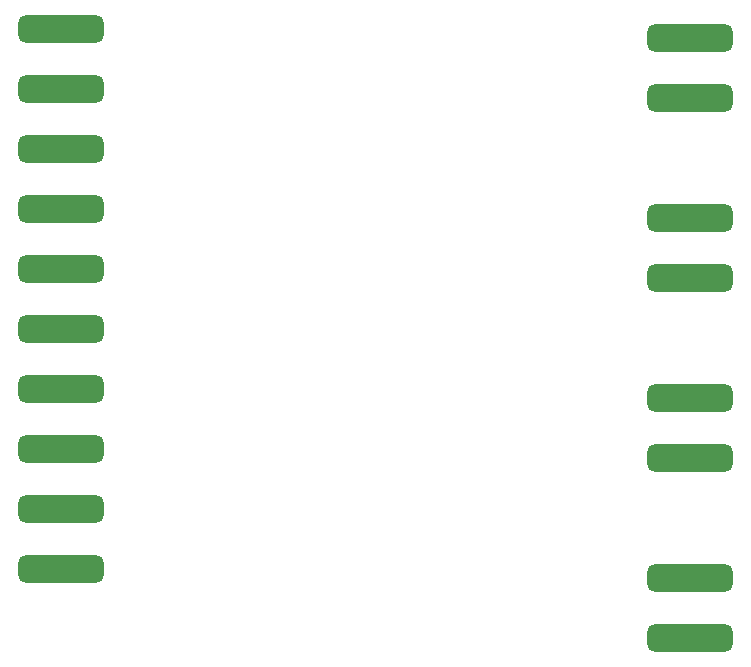
<source format=gbr>
%TF.GenerationSoftware,KiCad,Pcbnew,7.0.10*%
%TF.CreationDate,2024-07-21T07:40:16-04:00*%
%TF.ProjectId,12.1.1 - PLC Connector.kicad_pcb_appended,31322e31-2e31-4202-9d20-504c4320436f,rev?*%
%TF.SameCoordinates,Original*%
%TF.FileFunction,Paste,Bot*%
%TF.FilePolarity,Positive*%
%FSLAX46Y46*%
G04 Gerber Fmt 4.6, Leading zero omitted, Abs format (unit mm)*
G04 Created by KiCad (PCBNEW 7.0.10) date 2024-07-21 07:40:16*
%MOMM*%
%LPD*%
G01*
G04 APERTURE LIST*
G04 Aperture macros list*
%AMRoundRect*
0 Rectangle with rounded corners*
0 $1 Rounding radius*
0 $2 $3 $4 $5 $6 $7 $8 $9 X,Y pos of 4 corners*
0 Add a 4 corners polygon primitive as box body*
4,1,4,$2,$3,$4,$5,$6,$7,$8,$9,$2,$3,0*
0 Add four circle primitives for the rounded corners*
1,1,$1+$1,$2,$3*
1,1,$1+$1,$4,$5*
1,1,$1+$1,$6,$7*
1,1,$1+$1,$8,$9*
0 Add four rect primitives between the rounded corners*
20,1,$1+$1,$2,$3,$4,$5,0*
20,1,$1+$1,$4,$5,$6,$7,0*
20,1,$1+$1,$6,$7,$8,$9,0*
20,1,$1+$1,$8,$9,$2,$3,0*%
G04 Aperture macros list end*
%ADD10RoundRect,0.572500X-3.045750X-0.572500X3.045750X-0.572500X3.045750X0.572500X-3.045750X0.572500X0*%
%ADD11RoundRect,0.572500X3.045750X0.572500X-3.045750X0.572500X-3.045750X-0.572500X3.045750X-0.572500X0*%
G04 APERTURE END LIST*
D10*
%TO.C,J108*%
X135135726Y-97805761D03*
%TD*%
%TO.C,J112*%
X135144119Y-118119473D03*
%TD*%
%TO.C,J105*%
X135135726Y-113041084D03*
%TD*%
%TO.C,J102*%
X135135726Y-128276415D03*
%TD*%
%TO.C,J101*%
X135157097Y-87647303D03*
%TD*%
%TO.C,J109*%
X135135726Y-92727320D03*
%TD*%
%TO.C,J103*%
X135135726Y-123197966D03*
%TD*%
%TO.C,J107*%
X135136410Y-102876694D03*
%TD*%
%TO.C,J114*%
X135154390Y-107967303D03*
%TD*%
D11*
%TO.C,J119*%
X135132736Y-82570977D03*
%TD*%
D10*
%TO.C,J104*%
X188427725Y-88391550D03*
%TD*%
%TO.C,J112*%
X188447999Y-103648104D03*
%TD*%
%TO.C,J102*%
X188419114Y-134116506D03*
%TD*%
%TO.C,J116*%
X188440469Y-118878540D03*
%TD*%
%TO.C,J103*%
X188433762Y-83317523D03*
%TD*%
%TO.C,J111*%
X188434972Y-98565054D03*
%TD*%
%TO.C,J107*%
X188445251Y-129045356D03*
%TD*%
%TO.C,J113*%
X188455684Y-113802003D03*
%TD*%
M02*

</source>
